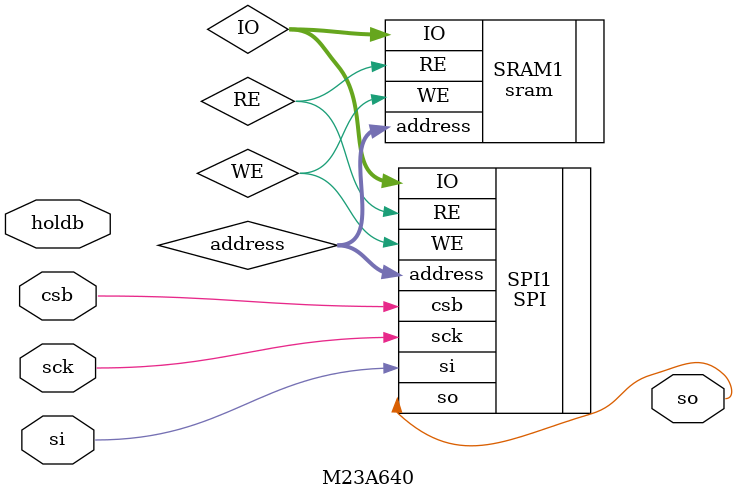
<source format=v>
module M23A640(csb, so, holdb, sck, si);
	input csb, sck, si, holdb;
	output so;
	
	wire [12:0] address;
	wire RE, WE;
	wire [7:0] IO;
	
	SPI SPI1(.csb(csb), .so(so), .sck(sck), .si(si), .address(address), .RE(RE), .WE(WE), .IO(IO));
	sram SRAM1(.address(address), .IO(IO), .RE(RE), .WE(WE));
endmodule

</source>
